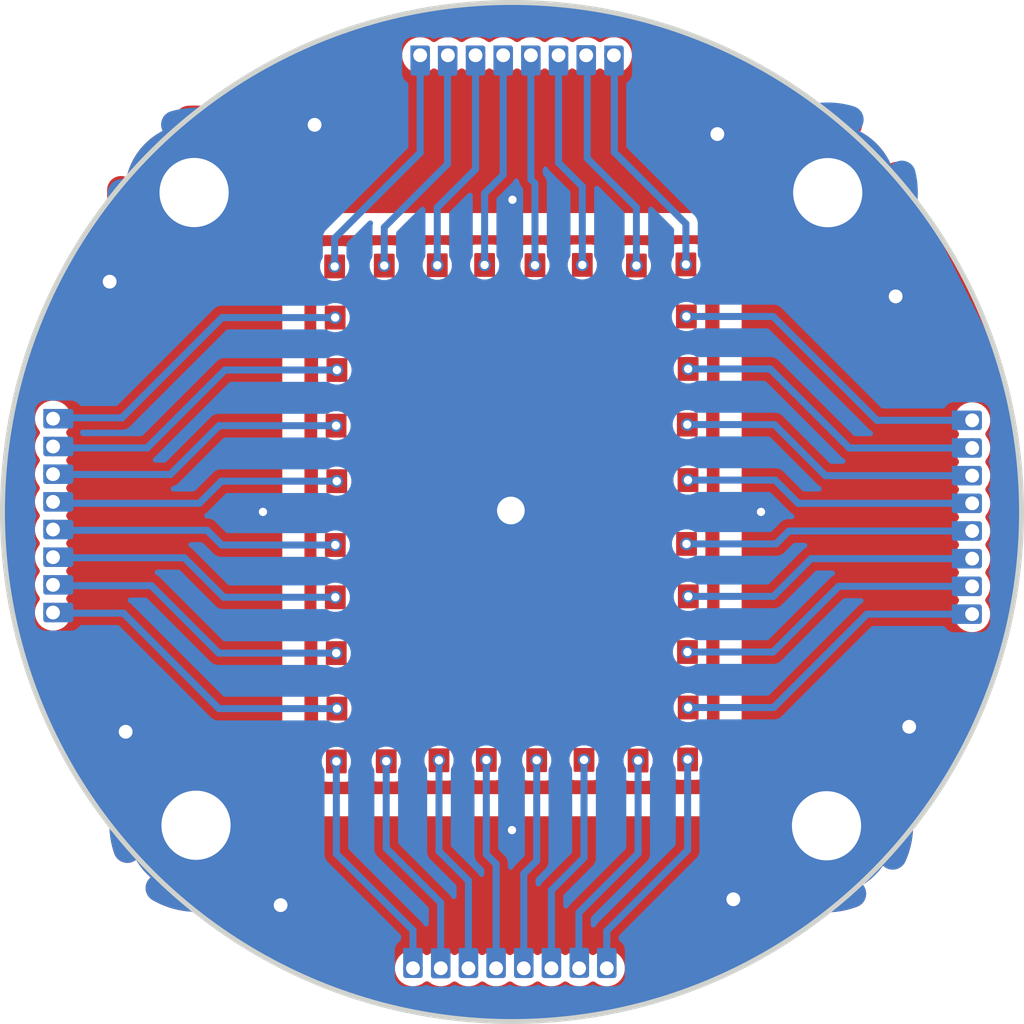
<source format=kicad_pcb>
(kicad_pcb (version 20241229) (generator "pcbnew") (generator_version "9.0")
  (layers (0 "F.Cu" signal) (2 "B.Cu" signal) (13 "F.Paste" user) (15 "B.Paste" user) (5 "F.SilkS" user "F.Silkscreen") (7 "B.SilkS" user "B.Silkscreen") (1 "F.Mask" user) (3 "B.Mask" user) (25 "Edge.Cuts" user))
  (net 0 "")
  (footprint "MountingHole:MountingHole_2.5mm_Pad" (layer "F.Cu") (at 137.011817 93.457817)
    (property "Reference" "REF**" (hide yes))
    (property "Value" "MountingHole_2.5mm_Pad")
    (pad "1" thru_hole circle (at 0 0) (size 5 5) (drill 2.5) (layers "*.Cu" "*.Mask"))
  )
  (footprint "MountingHole:MountingHole_2.5mm_Pad" (layer "F.Cu") (at 159.867637 116.342911)
    (property "Reference" "REF**" (hide yes))
    (property "Value" "MountingHole_2.5mm_Pad")
    (pad "1" thru_hole circle (at 0 0) (size 5 5) (drill 2.5) (layers "*.Cu" "*.Mask"))
  )
  (footprint "MountingHole:MountingHole_2.5mm_Pad" (layer "F.Cu") (at 137.081545 116.324726)
    (property "Reference" "REF**" (hide yes))
    (property "Value" "MountingHole_2.5mm_Pad")
    (pad "1" thru_hole circle (at 0 0) (size 5 5) (drill 2.5) (layers "*.Cu" "*.Mask"))
  )
  (footprint "MountingHole:MountingHole_2.5mm_Pad" (layer "F.Cu") (at 159.911452 93.461999)
    (property "Reference" "REF**" (hide yes))
    (property "Value" "MountingHole_2.5mm_Pad")
    (pad "1" thru_hole circle (at 0 0) (size 5 5) (drill 2.5) (layers "*.Cu" "*.Mask"))
  )
  (gr_poly (pts (xy 141.817078 101.502787) (xy 142.469078 101.502787) (xy 142.469078 102.264787) (xy 141.817078 102.264787)) (stroke (width 0.1)) (fill yes) (layer "F.Cu"))
  (gr_poly (pts (xy 141.847888 99.49141) (xy 142.499888 99.49141) (xy 142.499888 100.25341) (xy 141.847888 100.25341)) (stroke (width 0.1)) (fill yes) (layer "F.Cu"))
  (gr_poly (pts (xy 149.067514 113.592919) (xy 149.719514 113.592919) (xy 149.719514 114.354919) (xy 149.067514 114.354919)) (stroke (width 0.1)) (fill yes) (layer "F.Cu"))
  (gr_poly (pts (xy 154.536275 103.469452) (xy 155.188275 103.469452) (xy 155.188275 104.231452) (xy 154.536275 104.231452)) (stroke (width 0.1)) (fill yes) (layer "F.Cu"))
  (gr_poly (pts (xy 141.789175 105.815384) (xy 142.441175 105.815384) (xy 142.441175 106.577384) (xy 141.789175 106.577384)) (stroke (width 0.1)) (fill yes) (layer "F.Cu"))
  (gr_poly (pts (xy 154.521936 113.565484) (xy 155.173936 113.565484) (xy 155.173936 114.327484) (xy 154.521936 114.327484)) (stroke (width 0.1)) (fill yes) (layer "F.Cu"))
  (gr_poly (pts (xy 143.558904 95.71645) (xy 144.210904 95.71645) (xy 144.210904 96.47845) (xy 143.558904 96.47845)) (stroke (width 0.1)) (fill yes) (layer "F.Cu"))
  (gr_poly (pts (xy 147.247256 113.585145) (xy 147.899256 113.585145) (xy 147.899256 114.347145) (xy 147.247256 114.347145)) (stroke (width 0.1)) (fill yes) (layer "F.Cu"))
  (gr_poly (pts (xy 154.459937 95.674468) (xy 155.111937 95.674468) (xy 155.111937 96.436468) (xy 154.459937 96.436468)) (stroke (width 0.1)) (fill yes) (layer "F.Cu"))
  (gr_poly (pts (xy 147.185257 95.694129) (xy 147.837257 95.694129) (xy 147.837257 96.456129) (xy 147.185257 96.456129)) (stroke (width 0.1)) (fill yes) (layer "F.Cu"))
  (gr_poly (pts (xy 143.629577 113.629677) (xy 144.281577 113.629677) (xy 144.281577 114.391677) (xy 143.629577 114.391677)) (stroke (width 0.1)) (fill yes) (layer "F.Cu"))
  (gr_arc (start 134.599414 117.184361) (mid 139.109825 114.655587) (end 135.760293 118.595021) (stroke (width 1)) (layer "F.Cu"))
  (gr_poly (pts (xy 154.483128 105.77629) (xy 155.135128 105.77629) (xy 155.135128 106.53829) (xy 154.483128 106.53829)) (stroke (width 0.1)) (fill yes) (layer "F.Cu"))
  (gr_poly (pts (xy 152.732758 113.604806) (xy 153.384758 113.604806) (xy 153.384758 114.366806) (xy 152.732758 114.366806)) (stroke (width 0.1)) (fill yes) (layer "F.Cu"))
  (gr_poly (pts (xy 150.716048 95.691903) (xy 151.368048 95.691903) (xy 151.368048 96.453903) (xy 150.716048 96.453903)) (stroke (width 0.1)) (fill yes) (layer "F.Cu"))
  (gr_poly (pts (xy 150.778047 113.582919) (xy 151.430047 113.582919) (xy 151.430047 114.344919) (xy 150.778047 114.344919)) (stroke (width 0.1)) (fill yes) (layer "F.Cu"))
  (gr_poly (pts (xy 154.541953 111.688906) (xy 155.193953 111.688906) (xy 155.193953 112.450906) (xy 154.541953 112.450906)) (stroke (width 0.1)) (fill yes) (layer "F.Cu"))
  (gr_poly (pts (xy 141.848 111.728) (xy 142.5 111.728) (xy 142.5 112.49) (xy 141.848 112.49)) (stroke (width 0.1)) (fill yes) (layer "F.Cu"))
  (gr_arc (start 162.41519 92.848536) (mid 158.040697 95.235503) (end 160.657576 90.994542) (stroke (width 1)) (layer "F.Cu"))
  (gr_poly (pts (xy 154.516709 109.683147) (xy 155.168709 109.683147) (xy 155.168709 110.445147) (xy 154.516709 110.445147)) (stroke (width 0.1)) (fill yes) (layer "F.Cu"))
  (gr_poly (pts (xy 149.005515 95.701903) (xy 149.657515 95.701903) (xy 149.657515 96.463903) (xy 149.005515 96.463903)) (stroke (width 0.1)) (fill yes) (layer "F.Cu"))
  (gr_poly (pts (xy 141.822756 109.722241) (xy 142.474756 109.722241) (xy 142.474756 110.484241) (xy 141.822756 110.484241)) (stroke (width 0.1)) (fill yes) (layer "F.Cu"))
  (gr_poly (pts (xy 154.547519 107.67177) (xy 155.199519 107.67177) (xy 155.199519 108.43377) (xy 154.547519 108.43377)) (stroke (width 0.1)) (fill yes) (layer "F.Cu"))
  (gr_arc (start 160.8 118.8) (mid 158.068647 114.427129) (end 162.261305 117.427781) (stroke (width 1)) (layer "F.Cu"))
  (gr_poly (pts (xy 145.474724 95.70379) (xy 146.126724 95.70379) (xy 146.126724 96.46579) (xy 145.474724 96.46579)) (stroke (width 0.1)) (fill yes) (layer "F.Cu"))
  (gr_poly (pts (xy 152.670759 95.71379) (xy 153.322759 95.71379) (xy 153.322759 96.47579) (xy 152.670759 96.47579)) (stroke (width 0.1)) (fill yes) (layer "F.Cu"))
  (gr_poly (pts (xy 154.511031 101.463693) (xy 155.163031 101.463693) (xy 155.163031 102.225693) (xy 154.511031 102.225693)) (stroke (width 0.1)) (fill yes) (layer "F.Cu"))
  (gr_poly (pts (xy 141.788872 107.704127) (xy 142.440872 107.704127) (xy 142.440872 108.466127) (xy 141.788872 108.466127)) (stroke (width 0.1)) (fill yes) (layer "F.Cu"))
  (gr_arc (start 136.816422 90.821552) (mid 138.915556 95.291897) (end 134.370102 93.360784) (stroke (width 1)) (layer "F.Cu"))
  (gr_poly (pts (xy 154.541841 99.452316) (xy 155.193841 99.452316) (xy 155.193841 100.214316) (xy 154.541841 100.214316)) (stroke (width 0.1)) (fill yes) (layer "F.Cu"))
  (gr_poly (pts (xy 141.765443 95.747418) (xy 142.417443 95.747418) (xy 142.417443 96.509418) (xy 141.765443 96.509418)) (stroke (width 0.1)) (fill yes) (layer "F.Cu"))
  (gr_poly (pts (xy 154.47745 97.556836) (xy 155.12945 97.556836) (xy 155.12945 98.318836) (xy 154.47745 98.318836)) (stroke (width 0.1)) (fill yes) (layer "F.Cu"))
  (gr_poly (pts (xy 141.827442 113.638434) (xy 142.479442 113.638434) (xy 142.479442 114.400434) (xy 141.827442 114.400434)) (stroke (width 0.1)) (fill yes) (layer "F.Cu"))
  (gr_rect (start 143.46 97.45) (end 153.46 112.45) (stroke (width 0.1)) (fill yes) (layer "F.Cu"))
  (gr_poly (pts (xy 145.536723 113.594806) (xy 146.188723 113.594806) (xy 146.188723 114.356806) (xy 145.536723 114.356806)) (stroke (width 0.1)) (fill yes) (layer "F.Cu"))
  (gr_poly (pts (xy 141.783497 97.59593) (xy 142.435497 97.59593) (xy 142.435497 98.35793) (xy 141.783497 98.35793)) (stroke (width 0.1)) (fill yes) (layer "F.Cu"))
  (gr_poly (pts (xy 141.842322 103.508546) (xy 142.494322 103.508546) (xy 142.494322 104.270546) (xy 141.842322 104.270546)) (stroke (width 0.1)) (fill yes) (layer "F.Cu"))
  (gr_rect (start 145.922 88.251) (end 146.43 89.14) (stroke (width 0.2)) (fill yes) (layer "B.Cu"))
  (gr_circle (center 137.0711 116.4336) (end 138.3411 116.4336) (stroke (width 1.016)) (fill no) (layer "B.Cu"))
  (gr_rect (start 145.672 120.87) (end 146.18 121.759) (stroke (width 0.2)) (fill yes) (layer "B.Cu"))
  (gr_rect (start 149.9291 88.2426) (end 150.4371 89.1316) (stroke (width 0.2)) (fill yes) (layer "B.Cu"))
  (gr_rect (start 131.65905 105.383) (end 132.54805 105.891) (stroke (width 0.2)) (fill yes) (layer "B.Cu"))
  (gr_rect (start 131.65905 103.383) (end 132.54805 103.891) (stroke (width 0.2)) (fill yes) (layer "B.Cu"))
  (gr_arc (start 136.317933 91.002582) (mid 139.185454 95.218866) (end 134.393839 93.475261) (stroke (width 1)) (layer "B.Cu"))
  (gr_rect (start 151.6729 120.8584) (end 152.1809 121.7474) (stroke (width 0.2)) (fill yes) (layer "B.Cu"))
  (gr_rect (start 146.9291 88.2426) (end 147.4371 89.1316) (stroke (width 0.2)) (fill yes) (layer "B.Cu"))
  (gr_rect (start 147.9291 88.2426) (end 148.4371 89.1316) (stroke (width 0.2)) (fill yes) (layer "B.Cu"))
  (gr_rect (start 131.65905 108.383) (end 132.54805 108.891) (stroke (width 0.2)) (fill yes) (layer "B.Cu"))
  (gr_arc (start 160.800001 118.8) (mid 158.068648 114.427129) (end 162.261306 117.427781) (stroke (width 1)) (layer "B.Cu"))
  (gr_rect (start 148.6729 120.8584) (end 149.1809 121.7474) (stroke (width 0.2)) (fill yes) (layer "B.Cu"))
  (gr_rect (start 131.65905 104.383) (end 132.54805 104.891) (stroke (width 0.2)) (fill yes) (layer "B.Cu"))
  (gr_rect (start 164.4969 105.436) (end 165.3859 105.944) (stroke (width 0.2)) (fill yes) (layer "B.Cu"))
  (gr_rect (start 144.9291 88.2426) (end 145.4371 89.1316) (stroke (width 0.2)) (fill yes) (layer "B.Cu"))
  (gr_rect (start 146.6729 120.8584) (end 147.1809 121.7474) (stroke (width 0.2)) (fill yes) (layer "B.Cu"))
  (gr_rect (start 164.495 108.441) (end 165.384 108.949) (stroke (width 0.2)) (fill yes) (layer "B.Cu"))
  (gr_rect (start 164.4969 106.436) (end 165.3859 106.944) (stroke (width 0.2)) (fill yes) (layer "B.Cu"))
  (gr_rect (start 151.9341 88.2445) (end 152.4421 89.1335) (stroke (width 0.2)) (fill yes) (layer "B.Cu"))
  (gr_circle (center 137.0711 93.5736) (end 138.3411 93.5736) (stroke (width 1.016)) (fill no) (layer "B.Cu"))
  (gr_rect (start 148.9291 88.2426) (end 149.4371 89.1316) (stroke (width 0.2)) (fill yes) (layer "B.Cu"))
  (gr_rect (start 149.6729 120.8584) (end 150.1809 121.7474) (stroke (width 0.2)) (fill yes) (layer "B.Cu"))
  (gr_arc (start 162.589683 92.805782) (mid 157.910322 95.359109) (end 160.709575 90.822581) (stroke (width 1)) (layer "B.Cu"))
  (gr_rect (start 164.4969 101.436) (end 165.3859 101.944) (stroke (width 0.2)) (fill yes) (layer "B.Cu"))
  (gr_rect (start 131.65905 107.383) (end 132.54805 107.891) (stroke (width 0.2)) (fill yes) (layer "B.Cu"))
  (gr_rect (start 164.4969 104.436) (end 165.3859 104.944) (stroke (width 0.2)) (fill yes) (layer "B.Cu"))
  (gr_rect (start 164.4969 103.436) (end 165.3859 103.944) (stroke (width 0.2)) (fill yes) (layer "B.Cu"))
  (gr_rect (start 131.65905 106.383) (end 132.54805 106.891) (stroke (width 0.2)) (fill yes) (layer "B.Cu"))
  (gr_arc (start 134.599415 117.184361) (mid 139.109826 114.655587) (end 135.760294 118.595021) (stroke (width 1)) (layer "B.Cu"))
  (gr_rect (start 144.6679 120.8565) (end 145.1759 121.7455) (stroke (width 0.2)) (fill yes) (layer "B.Cu"))
  (gr_rect (start 150.68 120.85) (end 151.188 121.739) (stroke (width 0.2)) (fill yes) (layer "B.Cu"))
  (gr_circle (center 159.9311 116.4336) (end 161.2011 116.4336) (stroke (width 1.016)) (fill no) (layer "B.Cu"))
  (gr_circle (center 159.9311 93.5736) (end 161.2011 93.5736) (stroke (width 1.016)) (fill no) (layer "B.Cu"))
  (gr_rect (start 164.4969 102.436) (end 165.3859 102.944) (stroke (width 0.2)) (fill yes) (layer "B.Cu"))
  (gr_rect (start 147.6729 120.8584) (end 148.1809 121.7474) (stroke (width 0.2)) (fill yes) (layer "B.Cu"))
  (gr_rect (start 131.66095 101.378) (end 132.54995 101.886) (stroke (width 0.2)) (fill yes) (layer "B.Cu"))
  (gr_rect (start 131.66095 102.383) (end 132.54995 102.891) (stroke (width 0.2)) (fill yes) (layer "B.Cu"))
  (gr_rect (start 150.93 88.231) (end 151.438 89.12) (stroke (width 0.2)) (fill yes) (layer "B.Cu"))
  (gr_rect (start 164.495 107.436) (end 165.384 107.944) (stroke (width 0.2)) (fill yes) (layer "B.Cu"))
  (gr_circle (center 148.5011 105.0036) (end 166.9161 105.0036) (stroke (width 0.1778)) (fill no) (layer "Edge.Cuts"))
  (via (at 148.5 116.5) (size 0.45) (drill 0.3) (layers "F.Cu" "B.Cu") (net 0))
  (via (at 142.091443 96.128418) (size 0.45) (drill 0.3) (layers "F.Cu" "B.Cu") (net 0))
  (via (at 148.1831 88.4966) (size 0.7) (drill 0.5) (layers "F.Cu" "B.Cu") (net 0))
  (via (at 149.1831 88.4966) (size 0.7) (drill 0.5) (layers "F.Cu" "B.Cu") (net 0))
  (via (at 133.960893 96.679101) (size 0.7) (drill 0.5) (layers "F.Cu" "B.Cu") (net 0))
  (via (at 142.109497 97.97693) (size 0.45) (drill 0.3) (layers "F.Cu" "B.Cu") (net 0))
  (via (at 143.955577 114.010677) (size 0.45) (drill 0.3) (layers "F.Cu" "B.Cu") (net 0))
  (via (at 154.847936 113.946484) (size 0.45) (drill 0.3) (layers "F.Cu" "B.Cu") (net 0))
  (via (at 154.785937 96.055468) (size 0.45) (drill 0.3) (layers "F.Cu" "B.Cu") (net 0))
  (via (at 151.1831 88.4985) (size 0.7) (drill 0.5) (layers "F.Cu" "B.Cu") (net 0))
  (via (at 148.9269 121.4934) (size 0.7) (drill 0.5) (layers "F.Cu" "B.Cu") (net 0))
  (via (at 131.91305 104.637) (size 0.7) (drill 0.5) (layers "F.Cu" "B.Cu") (net 0))
  (via (at 154.809128 106.15729) (size 0.45) (drill 0.3) (layers "F.Cu" "B.Cu") (net 0))
  (via (at 146.1831 88.4966) (size 0.7) (drill 0.5) (layers "F.Cu" "B.Cu") (net 0))
  (via (at 148.46 104.95) (size 1.5) (drill 1) (layers "F.Cu" "B.Cu") (net 0))
  (via (at 141.366669 91.011201) (size 0.7) (drill 0.5) (layers "F.Cu" "B.Cu") (net 0))
  (via (at 142.148756 110.103241) (size 0.45) (drill 0.3) (layers "F.Cu" "B.Cu") (net 0))
  (via (at 165.1319 106.69) (size 0.7) (drill 0.5) (layers "F.Cu" "B.Cu") (net 0))
  (via (at 151.9269 121.4934) (size 0.7) (drill 0.5) (layers "F.Cu" "B.Cu") (net 0))
  (via (at 154.867953 112.069906) (size 0.45) (drill 0.3) (layers "F.Cu" "B.Cu") (net 0))
  (via (at 142.114872 108.085127) (size 0.45) (drill 0.3) (layers "F.Cu" "B.Cu") (net 0))
  (via (at 142.115175 106.196384) (size 0.45) (drill 0.3) (layers "F.Cu" "B.Cu") (net 0))
  (via (at 165.1319 104.69) (size 0.7) (drill 0.5) (layers "F.Cu" "B.Cu") (net 0))
  (via (at 131.91495 101.632) (size 0.7) (drill 0.5) (layers "F.Cu" "B.Cu") (net 0))
  (via (at 156.5 119) (size 0.7) (drill 0.5) (layers "F.Cu" "B.Cu") (net 0))
  (via (at 154.862275 103.850452) (size 0.45) (drill 0.3) (layers "F.Cu" "B.Cu") (net 0))
  (via (at 155.922435 91.344588) (size 0.7) (drill 0.5) (layers "F.Cu" "B.Cu") (net 0))
  (via (at 154.873519 108.05277) (size 0.45) (drill 0.3) (layers "F.Cu" "B.Cu") (net 0))
  (via (at 165.13 107.69) (size 0.7) (drill 0.5) (layers "F.Cu" "B.Cu") (net 0))
  (via (at 162.36675 97.211137) (size 0.7) (drill 0.5) (layers "F.Cu" "B.Cu") (net 0))
  (via (at 154.867841 99.833316) (size 0.45) (drill 0.3) (layers "F.Cu" "B.Cu") (net 0))
  (via (at 148.517557 93.719072) (size 0.45) (drill 0.3) (layers "F.Cu" "B.Cu") (net 0))
  (via (at 153.058758 113.985806) (size 0.45) (drill 0.3) (layers "F.Cu" "B.Cu") (net 0))
  (via (at 165.1319 105.69) (size 0.7) (drill 0.5) (layers "F.Cu" "B.Cu") (net 0))
  (via (at 150.1831 88.4966) (size 0.7) (drill 0.5) (layers "F.Cu" "B.Cu") (net 0))
  (via (at 165.13 108.695) (size 0.7) (drill 0.5) (layers "F.Cu" "B.Cu") (net 0))
  (via (at 131.91305 105.637) (size 0.7) (drill 0.5) (layers "F.Cu" "B.Cu") (net 0))
  (via (at 152.996759 96.09479) (size 0.45) (drill 0.3) (layers "F.Cu" "B.Cu") (net 0))
  (via (at 131.91305 103.637) (size 0.7) (drill 0.5) (layers "F.Cu" "B.Cu") (net 0))
  (via (at 152.1831 88.4985) (size 0.7) (drill 0.5) (layers "F.Cu" "B.Cu") (net 0))
  (via (at 134.538659 112.94544) (size 0.7) (drill 0.5) (layers "F.Cu" "B.Cu") (net 0))
  (via (at 146.9269 121.4934) (size 0.7) (drill 0.5) (layers "F.Cu" "B.Cu") (net 0))
  (via (at 131.91305 107.637) (size 0.7) (drill 0.5) (layers "F.Cu" "B.Cu") (net 0))
  (via (at 149.331515 96.082903) (size 0.45) (drill 0.3) (layers "F.Cu" "B.Cu") (net 0))
  (via (at 151.104047 113.963919) (size 0.45) (drill 0.3) (layers "F.Cu" "B.Cu") (net 0))
  (via (at 131.91495 102.637) (size 0.7) (drill 0.5) (layers "F.Cu" "B.Cu") (net 0))
  (via (at 157.5 105) (size 0.45) (drill 0.3) (layers "F.Cu" "B.Cu") (net 0))
  (via (at 154.842709 110.064147) (size 0.45) (drill 0.3) (layers "F.Cu" "B.Cu") (net 0))
  (via (at 142.143078 101.883787) (size 0.45) (drill 0.3) (layers "F.Cu" "B.Cu") (net 0))
  (via (at 165.1319 102.69) (size 0.7) (drill 0.5) (layers "F.Cu" "B.Cu") (net 0))
  (via (at 144.9219 121.4915) (size 0.7) (drill 0.5) (layers "F.Cu" "B.Cu") (net 0))
  (via (at 140.138546 119.21198) (size 0.7) (drill 0.5) (layers "F.Cu" "B.Cu") (net 0))
  (via (at 142.173888 99.87241) (size 0.45) (drill 0.3) (layers "F.Cu" "B.Cu") (net 0))
  (via (at 145.1831 88.4966) (size 0.7) (drill 0.5) (layers "F.Cu" "B.Cu") (net 0))
  (via (at 154.80345 97.937836) (size 0.45) (drill 0.3) (layers "F.Cu" "B.Cu") (net 0))
  (via (at 165.1319 103.69) (size 0.7) (drill 0.5) (layers "F.Cu" "B.Cu") (net 0))
  (via (at 147.573256 113.966145) (size 0.45) (drill 0.3) (layers "F.Cu" "B.Cu") (net 0))
  (via (at 145.862723 113.975806) (size 0.45) (drill 0.3) (layers "F.Cu" "B.Cu") (net 0))
  (via (at 142.174 112.109) (size 0.45) (drill 0.3) (layers "F.Cu" "B.Cu") (net 0))
  (via (at 147.9269 121.4934) (size 0.7) (drill 0.5) (layers "F.Cu" "B.Cu") (net 0))
  (via (at 143.884904 96.09745) (size 0.45) (drill 0.3) (layers "F.Cu" "B.Cu") (net 0))
  (via (at 142.153442 114.019434) (size 0.45) (drill 0.3) (layers "F.Cu" "B.Cu") (net 0))
  (via (at 162.855629 112.766378) (size 0.7) (drill 0.5) (layers "F.Cu" "B.Cu") (net 0))
  (via (at 131.91305 108.637) (size 0.7) (drill 0.5) (layers "F.Cu" "B.Cu") (net 0))
  (via (at 151.042048 96.072903) (size 0.45) (drill 0.3) (layers "F.Cu" "B.Cu") (net 0))
  (via (at 149.393514 113.973919) (size 0.45) (drill 0.3) (layers "F.Cu" "B.Cu") (net 0))
  (via (at 154.837031 101.844693) (size 0.45) (drill 0.3) (layers "F.Cu" "B.Cu") (net 0))
  (via (at 165.1319 101.69) (size 0.7) (drill 0.5) (layers "F.Cu" "B.Cu") (net 0))
  (via (at 147.1831 88.4966) (size 0.7) (drill 0.5) (layers "F.Cu" "B.Cu") (net 0))
  (via (at 142.168322 103.889546) (size 0.45) (drill 0.3) (layers "F.Cu" "B.Cu") (net 0))
  (via (at 147.511257 96.075129) (size 0.45) (drill 0.3) (layers "F.Cu" "B.Cu") (net 0))
  (via (at 145.800724 96.08479) (size 0.45) (drill 0.3) (layers "F.Cu" "B.Cu") (net 0))
  (via (at 139.5 105) (size 0.45) (drill 0.3) (layers "F.Cu" "B.Cu") (net 0))
  (via (at 150.9269 121.4934) (size 0.7) (drill 0.5) (layers "F.Cu" "B.Cu") (net 0))
  (via (at 131.91305 106.637) (size 0.7) (drill 0.5) (layers "F.Cu" "B.Cu") (net 0))
  (via (at 149.9269 121.4934) (size 0.7) (drill 0.5) (layers "F.Cu" "B.Cu") (net 0))
  (via (at 145.9269 121.4915) (size 0.7) (drill 0.5) (layers "F.Cu" "B.Cu") (net 0))
  (segment (start 132.001728 103.648097) (end 136.151903 103.648097) (width 0.254) (layer "B.Cu") (net 0))
  (segment (start 160.69 102.69) (end 157.833316 99.833316) (width 0.254) (layer "B.Cu") (net 0))
  (segment (start 145.800724 93.999276) (end 147.1831 92.6169) (width 0.254) (layer "B.Cu") (net 0))
  (segment (start 137.909 112.109) (end 142.174 112.109) (width 0.254) (layer "B.Cu") (net 0))
  (segment (start 152.996759 96.09479) (end 152.996759 93.996759) (width 0.25) (layer "B.Cu") (net 0))
  (segment (start 145.922541 119.122541) (end 145.922541 121.495295) (width 0.254) (layer "B.Cu") (net 0))
  (segment (start 149.1831 92.9831) (end 149.1831 88.4585) (width 0.254) (layer "B.Cu") (net 0))
  (segment (start 147.9269 117.7269) (end 147.9269 121.5315) (width 0.254) (layer "B.Cu") (net 0))
  (segment (start 153.058758 117.341242) (end 150.918798 119.481202) (width 0.254) (layer "B.Cu") (net 0))
  (segment (start 160.31 107.69) (end 157.935853 110.064147) (width 0.254) (layer "B.Cu") (net 0))
  (segment (start 154.809128 106.15729) (end 158.04271 106.15729) (width 0.254) (layer "B.Cu") (net 0))
  (segment (start 142.091443 95.108557) (end 142.091443 96.128418) (width 0.254) (layer "B.Cu") (net 0))
  (segment (start 157.833316 99.833316) (end 154.867841 99.833316) (width 0.254) (layer "B.Cu") (net 0))
  (segment (start 143.884904 96.09745) (end 143.884904 94.715096) (width 0.25) (layer "B.Cu") (net 0))
  (segment (start 138.000558 103.889546) (end 142.168322 103.889546) (width 0.254) (layer "B.Cu") (net 0))
  (segment (start 161.69 101.69) (end 165.17 101.69) (width 0.254) (layer "B.Cu") (net 0))
  (segment (start 152.1881 88.4604) (end 152.2 88.4723) (width 0.254) (layer "B.Cu") (net 0))
  (segment (start 148.9269 118.0731) (end 148.9269 121.5315) (width 0.254) (layer "B.Cu") (net 0))
  (segment (start 150.918798 119.481202) (end 150.918798 121.474125) (width 0.254) (layer "B.Cu") (net 0))
  (segment (start 158.04271 106.15729) (end 158.51 105.69) (width 0.254) (layer "B.Cu") (net 0))
  (segment (start 131.919029 106.658341) (end 136.658341 106.658341) (width 0.254) (layer "B.Cu") (net 0))
  (segment (start 147.1831 92.6169) (end 147.1831 88.4585) (width 0.254) (layer "B.Cu") (net 0))
  (segment (start 132.001728 102.688788) (end 135.311212 102.688788) (width 0.254) (layer "B.Cu") (net 0))
  (segment (start 138.12759 99.87241) (end 142.173888 99.87241) (width 0.254) (layer "B.Cu") (net 0))
  (segment (start 154.862275 103.850452) (end 158.005399 103.850452) (width 0.254) (layer "B.Cu") (net 0))
  (segment (start 149.393514 113.973919) (end 149.393514 117.606486) (width 0.254) (layer "B.Cu") (net 0))
  (segment (start 145.862723 113.975806) (end 145.862723 117.262723) (width 0.254) (layer "B.Cu") (net 0))
  (segment (start 154.847936 117.221966) (end 154.847936 113.946484) (width 0.254) (layer "B.Cu") (net 0))
  (segment (start 134.459658 108.659658) (end 137.909 112.109) (width 0.254) (layer "B.Cu") (net 0))
  (segment (start 154.873519 108.05277) (end 157.94723 108.05277) (width 0.254) (layer "B.Cu") (net 0))
  (segment (start 147.573256 113.966145) (end 147.573256 117.373256) (width 0.254) (layer "B.Cu") (net 0))
  (segment (start 148.1831 92.8169) (end 148.1831 88.4585) (width 0.254) (layer "B.Cu") (net 0))
  (segment (start 143.955577 114.010677) (end 143.955577 117.155577) (width 0.254) (layer "B.Cu") (net 0))
  (segment (start 165.17 102.69) (end 160.69 102.69) (width 0.254) (layer "B.Cu") (net 0))
  (segment (start 151.104047 117.495953) (end 149.9269 118.6731) (width 0.254) (layer "B.Cu") (net 0))
  (segment (start 157.956713 112.069906) (end 161.331619 108.695) (width 0.254) (layer "B.Cu") (net 0))
  (segment (start 137.903241 110.103241) (end 142.148756 110.103241) (width 0.254) (layer "B.Cu") (net 0))
  (segment (start 145.1831 88.4585) (end 145.1831 92.0169) (width 0.254) (layer "B.Cu") (net 0))
  (segment (start 151.042048 96.072903) (end 151.042048 93.242048) (width 0.254) (layer "B.Cu") (net 0))
  (segment (start 146.17 89.09) (end 146.19 89.07) (width 0.25) (layer "B.Cu") (net 0))
  (segment (start 157.986557 101.844693) (end 159.831864 103.69) (width 0.254) (layer "B.Cu") (net 0))
  (segment (start 149.9269 118.6731) (end 149.9269 121.5315) (width 0.254) (layer "B.Cu") (net 0))
  (segment (start 136.658341 106.658341) (end 138.085127 108.085127) (width 0.254) (layer "B.Cu") (net 0))
  (segment (start 138.085127 108.085127) (end 142.114872 108.085127) (width 0.254) (layer "B.Cu") (net 0))
  (segment (start 138.012718 106.196384) (end 142.115175 106.196384) (width 0.254) (layer "B.Cu") (net 0))
  (segment (start 152.996759 93.996759) (end 151.22 92.22) (width 0.25) (layer "B.Cu") (net 0))
  (segment (start 137.916213 101.883787) (end 142.143078 101.883787) (width 0.254) (layer "B.Cu") (net 0))
  (segment (start 135.46727 107.66727) (end 137.903241 110.103241) (width 0.254) (layer "B.Cu") (net 0))
  (segment (start 151.042048 93.242048) (end 150.1831 92.3831) (width 0.254) (layer "B.Cu") (net 0))
  (segment (start 150.1831 92.3831) (end 150.1831 88.4585) (width 0.254) (layer "B.Cu") (net 0))
  (segment (start 165.1681 107.69) (end 160.31 107.69) (width 0.254) (layer "B.Cu") (net 0))
  (segment (start 147.511257 93.488743) (end 148.1831 92.8169) (width 0.254) (layer "B.Cu") (net 0))
  (segment (start 132.10545 101.632) (end 132.13745 101.6) (width 0.254) (layer "B.Cu") (net 0))
  (segment (start 144.9219 120.1219) (end 142.153442 117.353442) (width 0.254) (layer "B.Cu") (net 0))
  (segment (start 144.9219 121.5296) (end 144.9219 120.1219) (width 0.254) (layer "B.Cu") (net 0))
  (segment (start 143.955577 117.155577) (end 145.922541 119.122541) (width 0.254) (layer "B.Cu") (net 0))
  (segment (start 145.1831 92.0169) (end 142.091443 95.108557) (width 0.254) (layer "B.Cu") (net 0))
  (segment (start 154.80345 97.937836) (end 157.937836 97.937836) (width 0.254) (layer "B.Cu") (net 0))
  (segment (start 152.2 92) (end 154.785937 94.585937) (width 0.254) (layer "B.Cu") (net 0))
  (segment (start 146.17 92.43) (end 146.17 89.09) (width 0.25) (layer "B.Cu") (net 0))
  (segment (start 157.94723 108.05277) (end 159.31 106.69) (width 0.254) (layer "B.Cu") (net 0))
  (segment (start 131.935568 107.66727) (end 135.46727 107.66727) (width 0.254) (layer "B.Cu") (net 0))
  (segment (start 151.9269 121.5315) (end 151.9269 120.143002) (width 0.254) (layer "B.Cu") (net 0))
  (segment (start 135.311212 102.688788) (end 138.12759 99.87241) (width 0.254) (layer "B.Cu") (net 0))
  (segment (start 149.331515 93.131515) (end 149.1831 92.9831) (width 0.254) (layer "B.Cu") (net 0))
  (segment (start 158.51 105.69) (end 165.17 105.69) (width 0.254) (layer "B.Cu") (net 0))
  (segment (start 159.31 106.69) (end 165.17 106.69) (width 0.254) (layer "B.Cu") (net 0))
  (segment (start 154.837031 101.844693) (end 157.986557 101.844693) (width 0.254) (layer "B.Cu") (net 0))
  (segment (start 146.9269 118.3269) (end 146.9269 121.5315) (width 0.254) (layer "B.Cu") (net 0))
  (segment (start 154.867953 112.069906) (end 157.956713 112.069906) (width 0.254) (layer "B.Cu") (net 0))
  (segment (start 136.151903 103.648097) (end 137.916213 101.883787) (width 0.254) (layer "B.Cu") (net 0))
  (segment (start 137.482287 105.665953) (end 138.012718 106.196384) (width 0.254) (layer "B.Cu") (net 0))
  (segment (start 151.104047 113.963919) (end 151.104047 117.495953) (width 0.254) (layer "B.Cu") (net 0))
  (segment (start 161.331619 108.695) (end 165.1681 108.695) (width 0.254) (layer "B.Cu") (net 0))
  (segment (start 131.952108 108.659658) (end 134.459658 108.659658) (width 0.254) (layer "B.Cu") (net 0))
  (segment (start 151.22 92.22) (end 151.22 89.07) (width 0.25) (layer "B.Cu") (net 0))
  (segment (start 152.2 88.4723) (end 152.2 92) (width 0.254) (layer "B.Cu") (net 0))
  (segment (start 138.02307 97.97693) (end 142.109497 97.97693) (width 0.254) (layer "B.Cu") (net 0))
  (segment (start 134.4 101.6) (end 138.02307 97.97693) (width 0.254) (layer "B.Cu") (net 0))
  (segment (start 149.331515 96.082903) (end 149.331515 93.131515) (width 0.254) (layer "B.Cu") (net 0))
  (segment (start 157.935853 110.064147) (end 154.842709 110.064147) (width 0.254) (layer "B.Cu") (net 0))
  (segment (start 158.005399 103.850452) (end 158.844947 104.69) (width 0.254) (layer "B.Cu") (net 0))
  (segment (start 147.511257 96.075129) (end 147.511257 93.488743) (width 0.254) (layer "B.Cu") (net 0))
  (segment (start 137.2 104.690104) (end 138.000558 103.889546) (width 0.254) (layer "B.Cu") (net 0))
  (segment (start 151.22 89.07) (end 151.21 89.06) (width 0.25) (layer "B.Cu") (net 0))
  (segment (start 131.919029 105.665953) (end 137.482287 105.665953) (width 0.254) (layer "B.Cu") (net 0))
  (segment (start 142.153442 117.353442) (end 142.153442 114.019434) (width 0.254) (layer "B.Cu") (net 0))
  (segment (start 143.884904 94.715096) (end 146.17 92.43) (width 0.25) (layer "B.Cu") (net 0))
  (segment (start 151.9269 120.143002) (end 154.847936 117.221966) (width 0.254) (layer "B.Cu") (net 0))
  (segment (start 145.800724 96.08479) (end 145.800724 93.999276) (width 0.254) (layer "B.Cu") (net 0))
  (segment (start 132.13745 101.6) (end 134.4 101.6) (width 0.254) (layer "B.Cu") (net 0))
  (segment (start 154.785937 94.585937) (end 154.785937 96.055468) (width 0.254) (layer "B.Cu") (net 0))
  (segment (start 158.844947 104.69) (end 165.17 104.69) (width 0.254) (layer "B.Cu") (net 0))
  (segment (start 147.573256 117.373256) (end 147.9269 117.7269) (width 0.254) (layer "B.Cu") (net 0))
  (segment (start 153.058758 113.985806) (end 153.058758 117.341242) (width 0.254) (layer "B.Cu") (net 0))
  (segment (start 157.937836 97.937836) (end 161.69 101.69) (width 0.254) (layer "B.Cu") (net 0))
  (segment (start 149.393514 117.606486) (end 148.9269 118.0731) (width 0.254) (layer "B.Cu") (net 0))
  (segment (start 145.862723 117.262723) (end 146.9269 118.3269) (width 0.254) (layer "B.Cu") (net 0))
  (segment (start 159.831864 103.69) (end 165.17 103.69) (width 0.254) (layer "B.Cu") (net 0))
  (segment (start 131.935568 104.690104) (end 137.2 104.690104) (width 0.254) (layer "B.Cu") (net 0))
  (zone (net 0) (net_name "") (layer "F.Cu") (connect_pads (clearance 0)) (min_thickness 0.25)
    (keepout (tracks not_allowed) (vias not_allowed) (pads not_allowed) (copperpour not_allowed) (footprints allowed))
    (fill (thermal_gap 0.5) (thermal_bridge_width 0.5))
    (polygon (pts (xy 140.2 95) (xy 140.2 115.2) (xy 141 115.2) (xy 141 95)))
  )
  (zone (net 0) (net_name "") (layer "F.Cu") (connect_pads (clearance 0)) (min_thickness 0.25)
    (keepout (tracks not_allowed) (vias not_allowed) (pads not_allowed) (copperpour not_allowed) (footprints allowed))
    (fill (thermal_gap 0.5) (thermal_bridge_width 0.5))
    (polygon (pts (xy 140.2 94.2) (xy 140.2 95) (xy 156.8 95) (xy 156.8 94.2)))
  )
  (zone (net 0) (net_name "") (layer "F.Cu") (connect_pads (clearance 0)) (min_thickness 0.25)
    (keepout (tracks not_allowed) (vias not_allowed) (pads not_allowed) (copperpour not_allowed) (footprints allowed))
    (fill (thermal_gap 0.5) (thermal_bridge_width 0.5))
    (polygon (pts (xy 140.2 115.2) (xy 140.2 116) (xy 156.8 116) (xy 156.8 115.2)))
  )
  (zone (net 0) (net_name "") (layer "F.Cu") (connect_pads (clearance 0.3)) (min_thickness 0.254) (fill yes (thermal_gap 0.75) (thermal_bridge_width 0.75) (smoothing fillet) (island_removal_mode 1) (island_area_min 10))
    (polygon (pts (xy 166.921014 105.09981) (xy 166.902052 104.264228) (xy 166.845205 103.430366) (xy 166.75059 102.599941) (xy 166.618402 101.774663) (xy 166.448913 100.956231) (xy 166.242472 100.14633) (xy 165.999503 99.346628) (xy 165.720509 98.55877) (xy 165.406061 97.78438) (xy 165.056809 97.025051) (xy 164.673471 96.282347) (xy 164.256836 95.557797) (xy 163.807762 94.852893) (xy 163.327175 94.169085) (xy 162.816062 93.507783) (xy 162.275477 92.870346) (xy 161.706532 92.258089) (xy 161.110399 91.672271) (xy 160.488305 91.114098) (xy 159.841531 90.58472) (xy 159.171409 90.085226) (xy 158.479319 89.616645) (xy 157.766684 89.179942) (xy 157.034973 88.776016) (xy 156.285692 88.405699) (xy 155.520384 88.069752) (xy 154.740623 87.768867) (xy 153.948017 87.503665) (xy 153.144196 87.27469) (xy 152.330815 87.082415) (xy 151.50955 86.927236) (xy 150.682091 86.809471) (xy 149.850141 86.729363) (xy 149.015414 86.687078) (xy 148.179628 86.682701) (xy 147.344504 86.716243) (xy 146.511761 86.787635) (xy 145.683114 86.896728) (xy 144.860269 87.043299) (xy 144.044919 87.227046) (xy 143.238745 87.447591) (xy 142.443405 87.704478) (xy 141.660536 87.997181) (xy 140.891752 88.325095) (xy 140.138634 88.687546) (xy 139.402733 89.083788) (xy 138.685565 89.513005) (xy 137.988605 89.974312) (xy 137.313289 90.466761) (xy 136.661008 90.989337) (xy 136.033103 91.540965) (xy 135.430868 92.120508) (xy 134.855543 92.726775) (xy 134.308312 93.358515) (xy 133.790303 94.014429) (xy 133.30258 94.693166) (xy 132.84615 95.39333) (xy 132.42195 96.113477) (xy 132.030856 96.852126) (xy 131.673671 97.607756) (xy 131.351132 98.378811) (xy 131.063902 99.163704) (xy 130.812573 99.960818) (xy 130.597662 100.768512) (xy 130.419612 101.585125) (xy 130.278789 102.408973) (xy 130.175483 103.238362) (xy 130.109907 104.071583) (xy 130.082196 104.906921) (xy 130.092407 105.742656) (xy 130.140519 106.577067) (xy 130.226433 107.408437) (xy 130.349971 108.235054) (xy 130.510881 109.055216) (xy 130.708829 109.867235) (xy 130.94341 110.669437) (xy 131.214139 111.460173) (xy 131.52046 112.237814) (xy 131.861742 113.000758) (xy 132.237281 113.747436) (xy 132.646306 114.476309) (xy 133.087973 115.185877) (xy 133.561374 115.87468) (xy 134.065534 116.541299) (xy 134.599414 117.184361) (xy 135.161917 117.802543) (xy 135.751882 118.394571) (xy 136.368097 118.959228) (xy 137.009291 119.49535) (xy 137.674146 120.001833) (xy 138.361292 120.477636) (xy 139.069314 120.921777) (xy 139.796756 121.333344) (xy 140.542118 121.711488) (xy 141.303866 122.05543) (xy 142.080433 122.364464) (xy 142.870219 122.637952) (xy 143.671598 122.875331) (xy 144.48292 123.076113) (xy 145.302516 123.239884) (xy 146.128696 123.366308) (xy 146.959761 123.455123) (xy 147.794 123.506147) (xy 148.629694 123.519275) (xy 149.465124 123.49448) (xy 150.298569 123.431813) (xy 151.128313 123.331403) (xy 151.952648 123.193457) (xy 152.769876 123.018258) (xy 153.578316 122.806168) (xy 154.376303 122.557623) (xy 155.162193 122.273134) (xy 155.93437 121.953288) (xy 156.691242 121.598744) (xy 157.431252 121.21023) (xy 158.152875 120.788547) (xy 158.854627 120.334563) (xy 159.535063 119.849213) (xy 160.192781 119.333496) (xy 160.826428 118.788474) (xy 161.434699 118.215269) (xy 162.016341 117.61506) (xy 162.570157 116.989085) (xy 163.095007 116.338631) (xy 163.58981 115.665039) (xy 164.053548 114.969693) (xy 164.485265 114.254028) (xy 164.884073 113.519515) (xy 165.249151 112.767666) (xy 165.579747 112.000031) (xy 165.87518 111.218189) (xy 166.134843 110.423751) (xy 166.3582 109.618351) (xy 166.544792 108.803648) (xy 166.694234 107.981319) (xy 166.80622 107.153058) (xy 166.880517 106.32057) (xy 166.916974 105.485568)))
  )
  (zone (net 0) (net_name "") (layer "F.Cu") (connect_pads (clearance 0)) (min_thickness 0.25)
    (keepout (tracks not_allowed) (vias not_allowed) (pads not_allowed) (copperpour not_allowed) (footprints allowed))
    (fill (thermal_gap 0.5) (thermal_bridge_width 0.5))
    (polygon (pts (xy 156 95) (xy 156 115.2) (xy 156.8 115.2) (xy 156.8 95)))
  )
  (zone (net 0) (net_name "") (layer "B.Cu") (priority 1) (connect_pads (clearance 0.3)) (min_thickness 0.2) (fill yes (thermal_gap 0.75) (thermal_bridge_width 0.75) (island_removal_mode 1) (island_area_min 10))
    (polygon (pts (xy 163.6 94.4) (xy 162.4 92.8) (xy 162 92.4) (xy 160.6 91.2) (xy 160.2 90.8) (xy 158.6 89.6) (xy 157 88.6) (xy 156 88.2) (xy 154.4 87.6) (xy 153.4 87.2) (xy 151.4 86.8) (xy 149.6 86.6) (xy 147.4 86.6) (xy 145.6 86.8) (xy 143.2 87.4) (xy 141.4 88) (xy 139.4 89) (xy 137.8 90) (xy 137 90.6) (xy 136.4 91.2) (xy 135.4 92) (xy 134.8 92.6) (xy 134.4 93.2) (xy 133.8 93.8) (xy 132.8 95.4) (xy 131.4 98.2) (xy 131 99.2) (xy 130.8 100) (xy 130.4 101.4) (xy 130.2 102.6) (xy 130.2 103.2) (xy 130 105.2) (xy 130.2 107) (xy 130.4 108.4) (xy 131 110.6) (xy 131.4 111.8) (xy 131.8 112.8) (xy 132.4 114) (xy 131.8 112.8) (xy 132.4 114) (xy 133 115) (xy 133.6 115.8) (xy 134.6 117) (xy 135.4 117.8) (xy 136.2 118.8) (xy 137.8 120) (xy 139.4 121) (xy 141.4 122) (xy 142.6 122.4) (xy 145.2 123.2) (xy 147.4 123.4) (xy 149.8 123.4) (xy 151.4 123.2) (xy 154 122.6) (xy 155.6 122) (xy 157.2 121.2) (xy 159 120.2) (xy 160.4 119) (xy 161.2 118.4) (xy 162.2 117.4) (xy 163.2 116.2) (xy 165 113.2) (xy 165.8 111.2) (xy 166.4 109.4) (xy 166.8 107) (xy 167 105.2) (xy 166.8 103) (xy 166.6 101.4) (xy 165.8 98.8)))
  )
)
</source>
